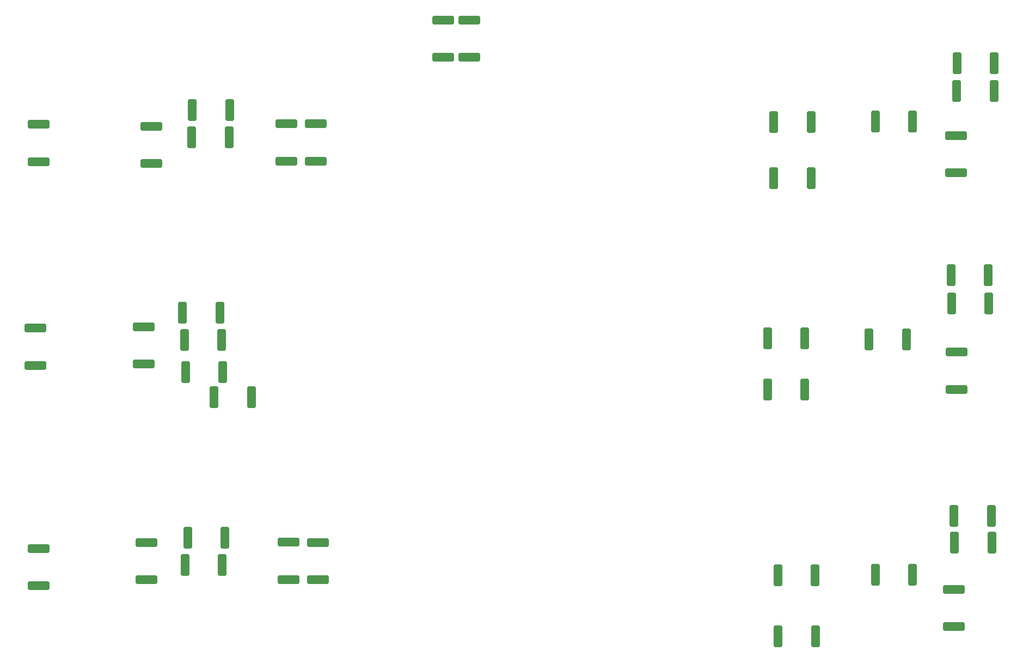
<source format=gbr>
%TF.GenerationSoftware,KiCad,Pcbnew,9.0.2*%
%TF.CreationDate,2025-09-27T17:56:53+01:00*%
%TF.ProjectId,ESP_IOBoard_V4,4553505f-494f-4426-9f61-72645f56342e,rev?*%
%TF.SameCoordinates,Original*%
%TF.FileFunction,Paste,Bot*%
%TF.FilePolarity,Positive*%
%FSLAX46Y46*%
G04 Gerber Fmt 4.6, Leading zero omitted, Abs format (unit mm)*
G04 Created by KiCad (PCBNEW 9.0.2) date 2025-09-27 17:56:53*
%MOMM*%
%LPD*%
G01*
G04 APERTURE LIST*
G04 Aperture macros list*
%AMRoundRect*
0 Rectangle with rounded corners*
0 $1 Rounding radius*
0 $2 $3 $4 $5 $6 $7 $8 $9 X,Y pos of 4 corners*
0 Add a 4 corners polygon primitive as box body*
4,1,4,$2,$3,$4,$5,$6,$7,$8,$9,$2,$3,0*
0 Add four circle primitives for the rounded corners*
1,1,$1+$1,$2,$3*
1,1,$1+$1,$4,$5*
1,1,$1+$1,$6,$7*
1,1,$1+$1,$8,$9*
0 Add four rect primitives between the rounded corners*
20,1,$1+$1,$2,$3,$4,$5,0*
20,1,$1+$1,$4,$5,$6,$7,0*
20,1,$1+$1,$6,$7,$8,$9,0*
20,1,$1+$1,$8,$9,$2,$3,0*%
G04 Aperture macros list end*
%ADD10RoundRect,0.250000X-0.425000X-1.425000X0.425000X-1.425000X0.425000X1.425000X-0.425000X1.425000X0*%
%ADD11RoundRect,0.250000X1.425000X-0.425000X1.425000X0.425000X-1.425000X0.425000X-1.425000X-0.425000X0*%
%ADD12RoundRect,0.250000X-1.425000X0.425000X-1.425000X-0.425000X1.425000X-0.425000X1.425000X0.425000X0*%
%ADD13RoundRect,0.250000X0.425000X1.425000X-0.425000X1.425000X-0.425000X-1.425000X0.425000X-1.425000X0*%
G04 APERTURE END LIST*
D10*
X178147200Y-46736000D03*
X183947200Y-46736000D03*
X206169800Y-107966600D03*
X211969800Y-107966600D03*
D11*
X81381600Y-53221800D03*
X81381600Y-47421800D03*
D12*
X80187800Y-78587600D03*
X80187800Y-84387600D03*
D13*
X92007600Y-76377800D03*
X86207600Y-76377800D03*
D11*
X206502000Y-54669600D03*
X206502000Y-48869600D03*
D10*
X178837000Y-126720600D03*
X184637000Y-126720600D03*
D11*
X80572000Y-117906800D03*
X80572000Y-112106800D03*
D10*
X193945600Y-117119400D03*
X199745600Y-117119400D03*
D12*
X206578200Y-82524600D03*
X206578200Y-88324600D03*
D10*
X87731600Y-44883200D03*
X93531600Y-44883200D03*
X205716800Y-70578400D03*
X211516800Y-70578400D03*
D13*
X93425600Y-49149000D03*
X87625600Y-49149000D03*
D11*
X106883200Y-52861800D03*
X106883200Y-47061800D03*
D10*
X177167200Y-88383800D03*
X182967200Y-88383800D03*
X206650400Y-37598275D03*
X212450400Y-37598275D03*
D12*
X63830200Y-113051000D03*
X63830200Y-118851000D03*
D11*
X126746000Y-36711800D03*
X126746000Y-30911800D03*
D10*
X193924600Y-46685200D03*
X199724600Y-46685200D03*
X86995000Y-111379000D03*
X92795000Y-111379000D03*
X86558800Y-115646200D03*
X92358800Y-115646200D03*
X178758800Y-117212200D03*
X184558800Y-117212200D03*
D12*
X206123400Y-119396600D03*
X206123400Y-125196600D03*
D11*
X63271400Y-84590800D03*
X63271400Y-78790800D03*
D10*
X206250400Y-112157600D03*
X212050400Y-112157600D03*
X206573800Y-41910000D03*
X212373800Y-41910000D03*
D13*
X198740600Y-80586000D03*
X192940600Y-80586000D03*
D12*
X102717600Y-112090200D03*
X102717600Y-117890200D03*
D11*
X63855600Y-52917000D03*
X63855600Y-47117000D03*
D10*
X86656000Y-85598000D03*
X92456000Y-85598000D03*
X91101000Y-89535000D03*
X96901000Y-89535000D03*
D12*
X107264200Y-112130200D03*
X107264200Y-117930200D03*
D11*
X130784600Y-36737200D03*
X130784600Y-30937200D03*
D10*
X177167200Y-80408200D03*
X182967200Y-80408200D03*
X86482600Y-80645000D03*
X92282600Y-80645000D03*
X178147200Y-55505275D03*
X183947200Y-55505275D03*
X205793000Y-74947200D03*
X211593000Y-74947200D03*
D11*
X102336600Y-52861800D03*
X102336600Y-47061800D03*
M02*

</source>
